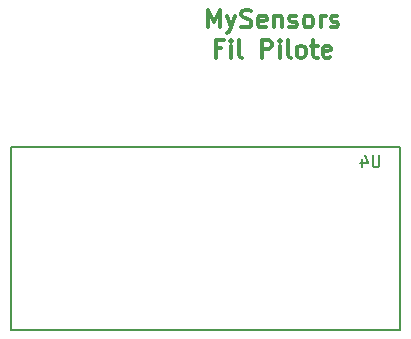
<source format=gbo>
G04 #@! TF.FileFunction,Legend,Bot*
%FSLAX46Y46*%
G04 Gerber Fmt 4.6, Leading zero omitted, Abs format (unit mm)*
G04 Created by KiCad (PCBNEW 4.0.5-e0-6337~49~ubuntu16.04.1) date Thu Feb  2 08:58:01 2017*
%MOMM*%
%LPD*%
G01*
G04 APERTURE LIST*
%ADD10C,0.100000*%
%ADD11C,0.300000*%
%ADD12C,0.150000*%
G04 APERTURE END LIST*
D10*
D11*
X159000715Y-88303571D02*
X159000715Y-86803571D01*
X159500715Y-87875000D01*
X160000715Y-86803571D01*
X160000715Y-88303571D01*
X160572144Y-87303571D02*
X160929287Y-88303571D01*
X161286429Y-87303571D02*
X160929287Y-88303571D01*
X160786429Y-88660714D01*
X160715001Y-88732143D01*
X160572144Y-88803571D01*
X161786429Y-88232143D02*
X162000715Y-88303571D01*
X162357858Y-88303571D01*
X162500715Y-88232143D01*
X162572144Y-88160714D01*
X162643572Y-88017857D01*
X162643572Y-87875000D01*
X162572144Y-87732143D01*
X162500715Y-87660714D01*
X162357858Y-87589286D01*
X162072144Y-87517857D01*
X161929286Y-87446429D01*
X161857858Y-87375000D01*
X161786429Y-87232143D01*
X161786429Y-87089286D01*
X161857858Y-86946429D01*
X161929286Y-86875000D01*
X162072144Y-86803571D01*
X162429286Y-86803571D01*
X162643572Y-86875000D01*
X163857857Y-88232143D02*
X163715000Y-88303571D01*
X163429286Y-88303571D01*
X163286429Y-88232143D01*
X163215000Y-88089286D01*
X163215000Y-87517857D01*
X163286429Y-87375000D01*
X163429286Y-87303571D01*
X163715000Y-87303571D01*
X163857857Y-87375000D01*
X163929286Y-87517857D01*
X163929286Y-87660714D01*
X163215000Y-87803571D01*
X164572143Y-87303571D02*
X164572143Y-88303571D01*
X164572143Y-87446429D02*
X164643571Y-87375000D01*
X164786429Y-87303571D01*
X165000714Y-87303571D01*
X165143571Y-87375000D01*
X165215000Y-87517857D01*
X165215000Y-88303571D01*
X165857857Y-88232143D02*
X166000714Y-88303571D01*
X166286429Y-88303571D01*
X166429286Y-88232143D01*
X166500714Y-88089286D01*
X166500714Y-88017857D01*
X166429286Y-87875000D01*
X166286429Y-87803571D01*
X166072143Y-87803571D01*
X165929286Y-87732143D01*
X165857857Y-87589286D01*
X165857857Y-87517857D01*
X165929286Y-87375000D01*
X166072143Y-87303571D01*
X166286429Y-87303571D01*
X166429286Y-87375000D01*
X167357858Y-88303571D02*
X167215000Y-88232143D01*
X167143572Y-88160714D01*
X167072143Y-88017857D01*
X167072143Y-87589286D01*
X167143572Y-87446429D01*
X167215000Y-87375000D01*
X167357858Y-87303571D01*
X167572143Y-87303571D01*
X167715000Y-87375000D01*
X167786429Y-87446429D01*
X167857858Y-87589286D01*
X167857858Y-88017857D01*
X167786429Y-88160714D01*
X167715000Y-88232143D01*
X167572143Y-88303571D01*
X167357858Y-88303571D01*
X168500715Y-88303571D02*
X168500715Y-87303571D01*
X168500715Y-87589286D02*
X168572143Y-87446429D01*
X168643572Y-87375000D01*
X168786429Y-87303571D01*
X168929286Y-87303571D01*
X169357857Y-88232143D02*
X169500714Y-88303571D01*
X169786429Y-88303571D01*
X169929286Y-88232143D01*
X170000714Y-88089286D01*
X170000714Y-88017857D01*
X169929286Y-87875000D01*
X169786429Y-87803571D01*
X169572143Y-87803571D01*
X169429286Y-87732143D01*
X169357857Y-87589286D01*
X169357857Y-87517857D01*
X169429286Y-87375000D01*
X169572143Y-87303571D01*
X169786429Y-87303571D01*
X169929286Y-87375000D01*
X160107858Y-90067857D02*
X159607858Y-90067857D01*
X159607858Y-90853571D02*
X159607858Y-89353571D01*
X160322144Y-89353571D01*
X160893572Y-90853571D02*
X160893572Y-89853571D01*
X160893572Y-89353571D02*
X160822143Y-89425000D01*
X160893572Y-89496429D01*
X160965000Y-89425000D01*
X160893572Y-89353571D01*
X160893572Y-89496429D01*
X161822144Y-90853571D02*
X161679286Y-90782143D01*
X161607858Y-90639286D01*
X161607858Y-89353571D01*
X163536429Y-90853571D02*
X163536429Y-89353571D01*
X164107857Y-89353571D01*
X164250715Y-89425000D01*
X164322143Y-89496429D01*
X164393572Y-89639286D01*
X164393572Y-89853571D01*
X164322143Y-89996429D01*
X164250715Y-90067857D01*
X164107857Y-90139286D01*
X163536429Y-90139286D01*
X165036429Y-90853571D02*
X165036429Y-89853571D01*
X165036429Y-89353571D02*
X164965000Y-89425000D01*
X165036429Y-89496429D01*
X165107857Y-89425000D01*
X165036429Y-89353571D01*
X165036429Y-89496429D01*
X165965001Y-90853571D02*
X165822143Y-90782143D01*
X165750715Y-90639286D01*
X165750715Y-89353571D01*
X166750715Y-90853571D02*
X166607857Y-90782143D01*
X166536429Y-90710714D01*
X166465000Y-90567857D01*
X166465000Y-90139286D01*
X166536429Y-89996429D01*
X166607857Y-89925000D01*
X166750715Y-89853571D01*
X166965000Y-89853571D01*
X167107857Y-89925000D01*
X167179286Y-89996429D01*
X167250715Y-90139286D01*
X167250715Y-90567857D01*
X167179286Y-90710714D01*
X167107857Y-90782143D01*
X166965000Y-90853571D01*
X166750715Y-90853571D01*
X167679286Y-89853571D02*
X168250715Y-89853571D01*
X167893572Y-89353571D02*
X167893572Y-90639286D01*
X167965000Y-90782143D01*
X168107858Y-90853571D01*
X168250715Y-90853571D01*
X169322143Y-90782143D02*
X169179286Y-90853571D01*
X168893572Y-90853571D01*
X168750715Y-90782143D01*
X168679286Y-90639286D01*
X168679286Y-90067857D01*
X168750715Y-89925000D01*
X168893572Y-89853571D01*
X169179286Y-89853571D01*
X169322143Y-89925000D01*
X169393572Y-90067857D01*
X169393572Y-90210714D01*
X168679286Y-90353571D01*
D12*
X175260000Y-98425000D02*
X142260000Y-98425000D01*
X142260000Y-98425000D02*
X142260000Y-113925000D01*
X142260000Y-113925000D02*
X175260000Y-113925000D01*
X175260000Y-113925000D02*
X175260000Y-98425000D01*
X173481905Y-99147381D02*
X173481905Y-99956905D01*
X173434286Y-100052143D01*
X173386667Y-100099762D01*
X173291429Y-100147381D01*
X173100952Y-100147381D01*
X173005714Y-100099762D01*
X172958095Y-100052143D01*
X172910476Y-99956905D01*
X172910476Y-99147381D01*
X172005714Y-99480714D02*
X172005714Y-100147381D01*
X172243810Y-99099762D02*
X172481905Y-99814048D01*
X171862857Y-99814048D01*
M02*

</source>
